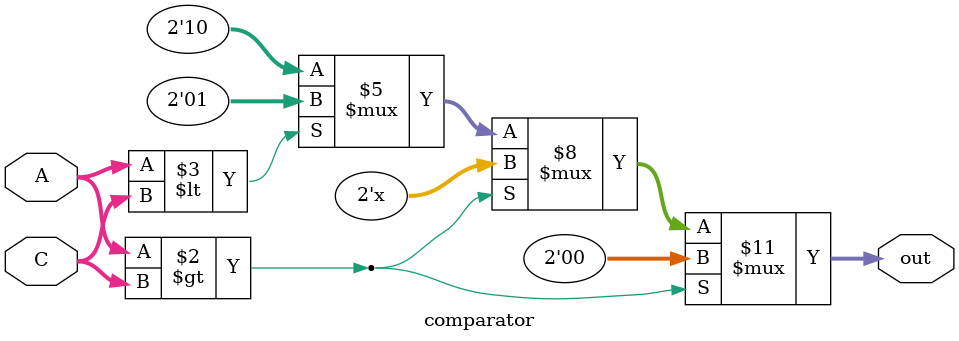
<source format=v>
module comparator(A,C,out);

	input [3:0]A;
	input [3:0]C;
	output reg[1:0]out;

	always@(*) begin

	if(A>C)
		out=2'b00;
	else if(A<C)
		out=2'b01;
	else
		out=2'b10;
	end

endmodule

</source>
